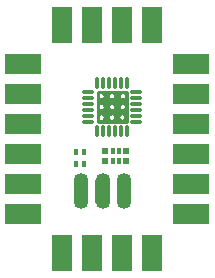
<source format=gts>
G04 DipTrace 2.4.0.2*
%INi2cswitch.gts*%
%MOMM*%
%ADD10C,0.25*%
%ADD18O,1.23X1.185*%
%ADD29C,0.165*%
%ADD44O,0.33X1.05*%
%ADD45O,1.05X0.33*%
%ADD46R,0.45X0.55*%
%ADD47R,0.3X0.55*%
%ADD48R,0.575X0.55*%
%ADD49R,1.75X2.082*%
%ADD50R,1.75X1.65*%
%ADD51R,2.082X1.75*%
%ADD52R,1.65X1.75*%
%FSLAX53Y53*%
G04*
G71*
G90*
G75*
G01*
%LNTopMask*%
%LPD*%
D18*
X15376Y14816D3*
G36*
X15991Y14738D2*
X14761D1*
Y16738D1*
X15991D1*
Y14738D1*
G37*
D18*
X15376Y16661D3*
X17209Y14813D3*
G36*
X17824Y14736D2*
X16594D1*
Y16736D1*
X17824D1*
Y14736D1*
G37*
D18*
X17209Y16658D3*
X19040Y14842D3*
G36*
X19655Y14765D2*
X18425D1*
Y16765D1*
X19655D1*
Y14765D1*
G37*
D18*
X19040Y16687D3*
D52*
X11270Y21430D3*
Y18890D3*
Y16350D3*
Y13810D3*
D51*
X10000Y21430D3*
Y18890D3*
Y16350D3*
Y13810D3*
D52*
X23970D3*
Y16350D3*
Y18890D3*
Y21430D3*
D51*
X25240Y13810D3*
Y16350D3*
Y18890D3*
Y21430D3*
D52*
X23970Y23970D3*
Y26510D3*
D51*
X25240Y23970D3*
Y26510D3*
D50*
X16350Y29050D3*
X13810D3*
D49*
X16350Y30320D3*
X13810D3*
D50*
X16350Y11270D3*
X13810D3*
D49*
X16350Y10000D3*
X13810D3*
D50*
X18890Y11270D3*
X21430D3*
D49*
X18890Y10000D3*
X21430D3*
D48*
X17425Y18275D3*
D47*
X18065D3*
X18565D3*
D48*
X19200D3*
Y19175D3*
D47*
X18565D3*
X18065D3*
D48*
X17425D3*
D46*
X15658Y19069D3*
X14958D3*
Y18069D3*
X15658D3*
X17749Y21995D2*
D29*
X17750Y22015D1*
X17752Y22034D1*
X17755Y22053D1*
X17760Y22072D1*
X17765Y22091D1*
X17772Y22109D1*
X17780Y22126D1*
X17790Y22143D1*
X17800Y22159D1*
X17812Y22175D1*
X17824Y22189D1*
X17837Y22203D1*
X17852Y22215D1*
X17867Y22227D1*
X17883Y22237D1*
X17899Y22246D1*
X17916Y22254D1*
X17933Y22261D1*
X17951Y22266D1*
X17970Y22270D1*
X17988Y22273D1*
X18007Y22274D1*
X18025D1*
X18044Y22273D1*
X18062Y22270D1*
X18080Y22266D1*
X18098Y22261D1*
X18116Y22254D1*
X18133Y22246D1*
X18149Y22237D1*
X18165Y22227D1*
X18180Y22215D1*
X18194Y22203D1*
X18208Y22189D1*
X18220Y22175D1*
X18232Y22159D1*
X18242Y22143D1*
X18251Y22126D1*
X18259Y22109D1*
X18266Y22091D1*
X18272Y22072D1*
X18277Y22053D1*
X18280Y22034D1*
X18282Y22015D1*
Y21995D1*
Y21976D1*
X18280Y21956D1*
X18277Y21937D1*
X18272Y21918D1*
X18266Y21899D1*
X18259Y21881D1*
X18251Y21864D1*
X18242Y21847D1*
X18232Y21831D1*
X18220Y21815D1*
X18208Y21801D1*
X18194Y21787D1*
X18180Y21775D1*
X18165Y21763D1*
X18149Y21753D1*
X18133Y21744D1*
X18116Y21736D1*
X18098Y21729D1*
X18080Y21724D1*
X18062Y21720D1*
X18044Y21717D1*
X18025Y21716D1*
X18007D1*
X17988Y21717D1*
X17970Y21720D1*
X17951Y21724D1*
X17933Y21729D1*
X17916Y21736D1*
X17899Y21744D1*
X17883Y21753D1*
X17867Y21763D1*
X17852Y21775D1*
X17837Y21787D1*
X17824Y21801D1*
X17812Y21815D1*
X17800Y21831D1*
X17790Y21847D1*
X17780Y21864D1*
X17772Y21881D1*
X17765Y21899D1*
X17760Y21918D1*
X17755Y21937D1*
X17752Y21956D1*
X17750Y21976D1*
X17749Y21995D1*
X16846D2*
X16847Y22015D1*
X16849Y22034D1*
X16852Y22053D1*
X16856Y22072D1*
X16862Y22091D1*
X16869Y22109D1*
X16877Y22126D1*
X16886Y22143D1*
X16897Y22159D1*
X16908Y22175D1*
X16921Y22189D1*
X16934Y22203D1*
X16948Y22215D1*
X16963Y22227D1*
X16979Y22237D1*
X16996Y22246D1*
X17013Y22254D1*
X17030Y22261D1*
X17048Y22266D1*
X17066Y22270D1*
X17085Y22273D1*
X17103Y22274D1*
X17122D1*
X17140Y22273D1*
X17159Y22270D1*
X17177Y22266D1*
X17195Y22261D1*
X17212Y22254D1*
X17229Y22246D1*
X17246Y22237D1*
X17262Y22227D1*
X17277Y22215D1*
X17291Y22203D1*
X17304Y22189D1*
X17317Y22175D1*
X17328Y22159D1*
X17339Y22143D1*
X17348Y22126D1*
X17356Y22109D1*
X17363Y22091D1*
X17369Y22072D1*
X17373Y22053D1*
X17377Y22034D1*
X17379Y22015D1*
Y21995D1*
Y21976D1*
X17377Y21956D1*
X17373Y21937D1*
X17369Y21918D1*
X17363Y21899D1*
X17356Y21881D1*
X17348Y21864D1*
X17339Y21847D1*
X17328Y21831D1*
X17317Y21815D1*
X17304Y21801D1*
X17291Y21787D1*
X17277Y21775D1*
X17262Y21763D1*
X17246Y21753D1*
X17229Y21744D1*
X17212Y21736D1*
X17195Y21729D1*
X17177Y21724D1*
X17159Y21720D1*
X17140Y21717D1*
X17122Y21716D1*
X17103D1*
X17085Y21717D1*
X17066Y21720D1*
X17048Y21724D1*
X17030Y21729D1*
X17013Y21736D1*
X16996Y21744D1*
X16979Y21753D1*
X16963Y21763D1*
X16948Y21775D1*
X16934Y21787D1*
X16921Y21801D1*
X16908Y21815D1*
X16897Y21831D1*
X16886Y21847D1*
X16877Y21864D1*
X16869Y21881D1*
X16862Y21899D1*
X16856Y21918D1*
X16852Y21937D1*
X16849Y21956D1*
X16847Y21976D1*
X16846Y21995D1*
X18656Y22892D2*
X18657Y22911D1*
X18659Y22931D1*
X18662Y22950D1*
X18666Y22969D1*
X18672Y22987D1*
X18679Y23005D1*
X18687Y23023D1*
X18696Y23040D1*
X18707Y23056D1*
X18718Y23071D1*
X18731Y23086D1*
X18744Y23099D1*
X18758Y23112D1*
X18773Y23123D1*
X18789Y23134D1*
X18806Y23143D1*
X18823Y23151D1*
X18840Y23157D1*
X18858Y23163D1*
X18876Y23167D1*
X18895Y23170D1*
X18913Y23171D1*
X18932D1*
X18950Y23170D1*
X18969Y23167D1*
X18987Y23163D1*
X19005Y23157D1*
X19022Y23151D1*
X19039Y23143D1*
X19056Y23134D1*
X19072Y23123D1*
X19087Y23112D1*
X19101Y23099D1*
X19114Y23086D1*
X19127Y23071D1*
X19138Y23056D1*
X19149Y23040D1*
X19158Y23023D1*
X19166Y23005D1*
X19173Y22987D1*
X19179Y22969D1*
X19183Y22950D1*
X19187Y22931D1*
X19188Y22911D1*
X19189Y22892D1*
X19188Y22872D1*
X19187Y22853D1*
X19183Y22834D1*
X19179Y22815D1*
X19173Y22796D1*
X19166Y22778D1*
X19158Y22760D1*
X19149Y22744D1*
X19138Y22727D1*
X19127Y22712D1*
X19114Y22697D1*
X19101Y22684D1*
X19087Y22671D1*
X19072Y22660D1*
X19056Y22650D1*
X19039Y22640D1*
X19022Y22633D1*
X19005Y22626D1*
X18987Y22620D1*
X18969Y22616D1*
X18950Y22614D1*
X18932Y22612D1*
X18913D1*
X18895Y22614D1*
X18876Y22616D1*
X18858Y22620D1*
X18840Y22626D1*
X18823Y22633D1*
X18806Y22640D1*
X18789Y22650D1*
X18773Y22660D1*
X18758Y22671D1*
X18744Y22684D1*
X18731Y22697D1*
X18718Y22712D1*
X18707Y22727D1*
X18696Y22744D1*
X18687Y22760D1*
X18679Y22778D1*
X18672Y22796D1*
X18666Y22815D1*
X18662Y22834D1*
X18659Y22853D1*
X18657Y22872D1*
X18656Y22892D1*
X17756Y22895D2*
X17757Y22914D1*
X17759Y22934D1*
X17762Y22953D1*
X17766Y22972D1*
X17772Y22990D1*
X17779Y23009D1*
X17787Y23026D1*
X17797Y23043D1*
X17807Y23059D1*
X17818Y23074D1*
X17831Y23089D1*
X17844Y23102D1*
X17859Y23115D1*
X17874Y23126D1*
X17889Y23137D1*
X17906Y23146D1*
X17923Y23154D1*
X17940Y23161D1*
X17958Y23166D1*
X17976Y23170D1*
X17995Y23173D1*
X18013Y23174D1*
X18032D1*
X18051Y23173D1*
X18069Y23170D1*
X18087Y23166D1*
X18105Y23161D1*
X18123Y23154D1*
X18140Y23146D1*
X18156Y23137D1*
X18172Y23126D1*
X18187Y23115D1*
X18201Y23102D1*
X18214Y23089D1*
X18227Y23074D1*
X18238Y23059D1*
X18249Y23043D1*
X18258Y23026D1*
X18266Y23009D1*
X18273Y22990D1*
X18279Y22972D1*
X18283Y22953D1*
X18287Y22934D1*
X18289Y22914D1*
Y22895D1*
Y22875D1*
X18287Y22856D1*
X18283Y22837D1*
X18279Y22818D1*
X18273Y22799D1*
X18266Y22781D1*
X18258Y22764D1*
X18249Y22747D1*
X18238Y22731D1*
X18227Y22715D1*
X18214Y22701D1*
X18201Y22687D1*
X18187Y22675D1*
X18172Y22663D1*
X18156Y22653D1*
X18140Y22644D1*
X18123Y22636D1*
X18105Y22629D1*
X18087Y22624D1*
X18069Y22620D1*
X18051Y22617D1*
X18032Y22616D1*
X18013D1*
X17995Y22617D1*
X17976Y22620D1*
X17958Y22624D1*
X17940Y22629D1*
X17923Y22636D1*
X17906Y22644D1*
X17889Y22653D1*
X17874Y22663D1*
X17859Y22675D1*
X17844Y22687D1*
X17831Y22701D1*
X17818Y22715D1*
X17807Y22731D1*
X17797Y22747D1*
X17787Y22764D1*
X17779Y22781D1*
X17772Y22799D1*
X17766Y22818D1*
X17762Y22837D1*
X17759Y22856D1*
X17757Y22875D1*
X17756Y22895D1*
X17746D2*
Y22914D1*
X17748Y22934D1*
X17752Y22953D1*
X17756Y22972D1*
X17762Y22990D1*
X17769Y23009D1*
X17777Y23026D1*
X17786Y23043D1*
X17797Y23059D1*
X17808Y23074D1*
X17821Y23089D1*
X17834Y23102D1*
X17848Y23115D1*
X17863Y23126D1*
X17879Y23137D1*
X17896Y23146D1*
X17913Y23154D1*
X17930Y23161D1*
X17948Y23166D1*
X17966Y23170D1*
X17985Y23173D1*
X18003Y23174D1*
X18022D1*
X18040Y23173D1*
X18059Y23170D1*
X18077Y23166D1*
X18095Y23161D1*
X18112Y23154D1*
X18129Y23146D1*
X18146Y23137D1*
X18162Y23126D1*
X18177Y23115D1*
X18191Y23102D1*
X18204Y23089D1*
X18217Y23074D1*
X18228Y23059D1*
X18239Y23043D1*
X18248Y23026D1*
X18256Y23009D1*
X18263Y22990D1*
X18269Y22972D1*
X18273Y22953D1*
X18276Y22934D1*
X18278Y22914D1*
X18279Y22895D1*
X18278Y22875D1*
X18276Y22856D1*
X18273Y22837D1*
X18269Y22818D1*
X18263Y22799D1*
X18256Y22781D1*
X18248Y22764D1*
X18239Y22747D1*
X18228Y22731D1*
X18217Y22715D1*
X18204Y22701D1*
X18191Y22687D1*
X18177Y22675D1*
X18162Y22663D1*
X18146Y22653D1*
X18129Y22644D1*
X18112Y22636D1*
X18095Y22629D1*
X18077Y22624D1*
X18059Y22620D1*
X18040Y22617D1*
X18022Y22616D1*
X18003D1*
X17985Y22617D1*
X17966Y22620D1*
X17948Y22624D1*
X17930Y22629D1*
X17913Y22636D1*
X17896Y22644D1*
X17879Y22653D1*
X17863Y22663D1*
X17848Y22675D1*
X17834Y22687D1*
X17821Y22701D1*
X17808Y22715D1*
X17797Y22731D1*
X17786Y22747D1*
X17777Y22764D1*
X17769Y22781D1*
X17762Y22799D1*
X17756Y22818D1*
X17752Y22837D1*
X17748Y22856D1*
X17746Y22875D1*
Y22895D1*
X16849Y22888D2*
X16850Y22908D1*
X16852Y22927D1*
X16855Y22946D1*
X16860Y22965D1*
X16865Y22984D1*
X16872Y23002D1*
X16881Y23019D1*
X16890Y23036D1*
X16900Y23052D1*
X16912Y23068D1*
X16924Y23082D1*
X16938Y23096D1*
X16952Y23108D1*
X16967Y23120D1*
X16983Y23130D1*
X16999Y23139D1*
X17016Y23147D1*
X17034Y23154D1*
X17051Y23159D1*
X17070Y23163D1*
X17088Y23166D1*
X17107Y23167D1*
X17125D1*
X17144Y23166D1*
X17162Y23163D1*
X17180Y23159D1*
X17198Y23154D1*
X17216Y23147D1*
X17233Y23139D1*
X17249Y23130D1*
X17265Y23120D1*
X17280Y23108D1*
X17294Y23096D1*
X17308Y23082D1*
X17320Y23068D1*
X17332Y23052D1*
X17342Y23036D1*
X17351Y23019D1*
X17360Y23002D1*
X17367Y22984D1*
X17372Y22965D1*
X17377Y22946D1*
X17380Y22927D1*
X17382Y22908D1*
X17383Y22888D1*
X17382Y22869D1*
X17380Y22849D1*
X17377Y22830D1*
X17372Y22811D1*
X17367Y22793D1*
X17360Y22775D1*
X17351Y22757D1*
X17342Y22740D1*
X17332Y22724D1*
X17320Y22709D1*
X17308Y22694D1*
X17294Y22681D1*
X17280Y22668D1*
X17265Y22657D1*
X17249Y22647D1*
X17233Y22637D1*
X17216Y22629D1*
X17198Y22623D1*
X17180Y22617D1*
X17162Y22613D1*
X17144Y22611D1*
X17125Y22609D1*
X17107D1*
X17088Y22611D1*
X17070Y22613D1*
X17051Y22617D1*
X17034Y22623D1*
X17016Y22629D1*
X16999Y22637D1*
X16983Y22647D1*
X16967Y22657D1*
X16952Y22668D1*
X16938Y22681D1*
X16924Y22694D1*
X16912Y22709D1*
X16900Y22724D1*
X16890Y22740D1*
X16881Y22757D1*
X16872Y22775D1*
X16865Y22793D1*
X16860Y22811D1*
X16855Y22830D1*
X16852Y22849D1*
X16850Y22869D1*
X16849Y22888D1*
X17753Y23795D2*
Y23815D1*
X17755Y23834D1*
X17758Y23853D1*
X17763Y23872D1*
X17769Y23891D1*
X17776Y23909D1*
X17784Y23926D1*
X17793Y23943D1*
X17804Y23959D1*
X17815Y23975D1*
X17827Y23989D1*
X17841Y24003D1*
X17855Y24015D1*
X17870Y24027D1*
X17886Y24037D1*
X17902Y24046D1*
X17919Y24054D1*
X17937Y24061D1*
X17955Y24066D1*
X17973Y24070D1*
X17991Y24073D1*
X18010Y24074D1*
X18029D1*
X18047Y24073D1*
X18066Y24070D1*
X18084Y24066D1*
X18102Y24061D1*
X18119Y24054D1*
X18136Y24046D1*
X18153Y24037D1*
X18168Y24027D1*
X18183Y24015D1*
X18198Y24003D1*
X18211Y23989D1*
X18223Y23975D1*
X18235Y23959D1*
X18245Y23943D1*
X18255Y23926D1*
X18263Y23909D1*
X18270Y23891D1*
X18276Y23872D1*
X18280Y23853D1*
X18283Y23834D1*
X18285Y23815D1*
X18286Y23795D1*
X18285Y23776D1*
X18283Y23756D1*
X18280Y23737D1*
X18276Y23718D1*
X18270Y23700D1*
X18263Y23682D1*
X18255Y23664D1*
X18245Y23647D1*
X18235Y23631D1*
X18223Y23616D1*
X18211Y23601D1*
X18198Y23588D1*
X18183Y23575D1*
X18168Y23564D1*
X18153Y23553D1*
X18136Y23544D1*
X18119Y23536D1*
X18102Y23530D1*
X18084Y23524D1*
X18066Y23520D1*
X18047Y23517D1*
X18029Y23516D1*
X18010D1*
X17991Y23517D1*
X17973Y23520D1*
X17955Y23524D1*
X17937Y23530D1*
X17919Y23536D1*
X17902Y23544D1*
X17886Y23553D1*
X17870Y23564D1*
X17855Y23575D1*
X17841Y23588D1*
X17827Y23601D1*
X17815Y23616D1*
X17804Y23631D1*
X17793Y23647D1*
X17784Y23664D1*
X17776Y23682D1*
X17769Y23700D1*
X17763Y23718D1*
X17758Y23737D1*
X17755Y23756D1*
X17753Y23776D1*
Y23795D1*
X18649D2*
X18650Y23815D1*
X18652Y23834D1*
X18655Y23853D1*
X18659Y23872D1*
X18665Y23891D1*
X18672Y23909D1*
X18680Y23926D1*
X18690Y23943D1*
X18700Y23959D1*
X18711Y23975D1*
X18724Y23989D1*
X18737Y24003D1*
X18752Y24015D1*
X18767Y24027D1*
X18782Y24037D1*
X18799Y24046D1*
X18816Y24054D1*
X18833Y24061D1*
X18851Y24066D1*
X18869Y24070D1*
X18888Y24073D1*
X18906Y24074D1*
X18925D1*
X18944Y24073D1*
X18962Y24070D1*
X18980Y24066D1*
X18998Y24061D1*
X19016Y24054D1*
X19033Y24046D1*
X19049Y24037D1*
X19065Y24027D1*
X19080Y24015D1*
X19094Y24003D1*
X19108Y23989D1*
X19120Y23975D1*
X19131Y23959D1*
X19142Y23943D1*
X19151Y23926D1*
X19159Y23909D1*
X19166Y23891D1*
X19172Y23872D1*
X19177Y23853D1*
X19180Y23834D1*
X19182Y23815D1*
Y23795D1*
Y23776D1*
X19180Y23756D1*
X19177Y23737D1*
X19172Y23718D1*
X19166Y23700D1*
X19159Y23682D1*
X19151Y23664D1*
X19142Y23647D1*
X19131Y23631D1*
X19120Y23616D1*
X19108Y23601D1*
X19094Y23588D1*
X19080Y23575D1*
X19065Y23564D1*
X19049Y23553D1*
X19033Y23544D1*
X19016Y23536D1*
X18998Y23530D1*
X18980Y23524D1*
X18962Y23520D1*
X18944Y23517D1*
X18925Y23516D1*
X18906D1*
X18888Y23517D1*
X18869Y23520D1*
X18851Y23524D1*
X18833Y23530D1*
X18816Y23536D1*
X18799Y23544D1*
X18782Y23553D1*
X18767Y23564D1*
X18752Y23575D1*
X18737Y23588D1*
X18724Y23601D1*
X18711Y23616D1*
X18700Y23631D1*
X18690Y23647D1*
X18680Y23664D1*
X18672Y23682D1*
X18665Y23700D1*
X18659Y23718D1*
X18655Y23737D1*
X18652Y23756D1*
X18650Y23776D1*
X18649Y23795D1*
X16846D2*
X16847Y23815D1*
X16849Y23834D1*
X16852Y23853D1*
X16856Y23872D1*
X16862Y23891D1*
X16869Y23909D1*
X16877Y23926D1*
X16886Y23943D1*
X16897Y23959D1*
X16908Y23975D1*
X16921Y23989D1*
X16934Y24003D1*
X16948Y24015D1*
X16963Y24027D1*
X16979Y24037D1*
X16996Y24046D1*
X17013Y24054D1*
X17030Y24061D1*
X17048Y24066D1*
X17066Y24070D1*
X17085Y24073D1*
X17103Y24074D1*
X17122D1*
X17140Y24073D1*
X17159Y24070D1*
X17177Y24066D1*
X17195Y24061D1*
X17212Y24054D1*
X17229Y24046D1*
X17246Y24037D1*
X17262Y24027D1*
X17277Y24015D1*
X17291Y24003D1*
X17304Y23989D1*
X17317Y23975D1*
X17328Y23959D1*
X17339Y23943D1*
X17348Y23926D1*
X17356Y23909D1*
X17363Y23891D1*
X17369Y23872D1*
X17373Y23853D1*
X17377Y23834D1*
X17379Y23815D1*
Y23795D1*
Y23776D1*
X17377Y23756D1*
X17373Y23737D1*
X17369Y23718D1*
X17363Y23700D1*
X17356Y23682D1*
X17348Y23664D1*
X17339Y23647D1*
X17328Y23631D1*
X17317Y23616D1*
X17304Y23601D1*
X17291Y23588D1*
X17277Y23575D1*
X17262Y23564D1*
X17246Y23553D1*
X17229Y23544D1*
X17212Y23536D1*
X17195Y23530D1*
X17177Y23524D1*
X17159Y23520D1*
X17140Y23517D1*
X17122Y23516D1*
X17103D1*
X17085Y23517D1*
X17066Y23520D1*
X17048Y23524D1*
X17030Y23530D1*
X17013Y23536D1*
X16996Y23544D1*
X16979Y23553D1*
X16963Y23564D1*
X16948Y23575D1*
X16934Y23588D1*
X16921Y23601D1*
X16908Y23616D1*
X16897Y23631D1*
X16886Y23647D1*
X16877Y23664D1*
X16869Y23682D1*
X16862Y23700D1*
X16856Y23718D1*
X16852Y23737D1*
X16849Y23756D1*
X16847Y23776D1*
X16846Y23795D1*
X19272Y21625D2*
D10*
X16782D1*
Y24152D1*
X19272D1*
Y21625D1*
G36*
X18679Y21685D2*
X18199D1*
Y24068D1*
X18679D1*
Y21685D1*
G37*
G36*
X19236Y23092D2*
X16759D1*
Y23558D1*
X19236D1*
Y23092D1*
G37*
G36*
X19219Y22232D2*
X16859D1*
Y22698D1*
X19219D1*
Y22232D1*
G37*
G36*
X17789Y21592D2*
X17316D1*
Y24062D1*
X17789D1*
Y21592D1*
G37*
X18622Y22008D2*
D29*
X18623Y22028D1*
X18625Y22047D1*
X18628Y22066D1*
X18633Y22085D1*
X18639Y22104D1*
X18646Y22122D1*
X18654Y22140D1*
X18663Y22156D1*
X18673Y22173D1*
X18685Y22188D1*
X18697Y22202D1*
X18711Y22216D1*
X18725Y22229D1*
X18740Y22240D1*
X18756Y22250D1*
X18772Y22260D1*
X18789Y22267D1*
X18807Y22274D1*
X18825Y22279D1*
X18843Y22284D1*
X18861Y22286D1*
X18880Y22288D1*
X18898D1*
X18917Y22286D1*
X18935Y22284D1*
X18954Y22279D1*
X18971Y22274D1*
X18989Y22267D1*
X19006Y22260D1*
X19022Y22250D1*
X19038Y22240D1*
X19053Y22229D1*
X19067Y22216D1*
X19081Y22202D1*
X19093Y22188D1*
X19105Y22173D1*
X19115Y22156D1*
X19124Y22140D1*
X19133Y22122D1*
X19140Y22104D1*
X19145Y22085D1*
X19150Y22066D1*
X19153Y22047D1*
X19155Y22028D1*
X19156Y22008D1*
X19155Y21989D1*
X19153Y21969D1*
X19150Y21950D1*
X19145Y21931D1*
X19140Y21913D1*
X19133Y21895D1*
X19124Y21877D1*
X19115Y21860D1*
X19105Y21844D1*
X19093Y21829D1*
X19081Y21814D1*
X19067Y21801D1*
X19053Y21788D1*
X19038Y21777D1*
X19022Y21766D1*
X19006Y21757D1*
X18989Y21749D1*
X18971Y21743D1*
X18954Y21737D1*
X18935Y21733D1*
X18917Y21730D1*
X18898Y21729D1*
X18880D1*
X18861Y21730D1*
X18843Y21733D1*
X18825Y21737D1*
X18807Y21743D1*
X18789Y21749D1*
X18772Y21757D1*
X18756Y21766D1*
X18740Y21777D1*
X18725Y21788D1*
X18711Y21801D1*
X18697Y21814D1*
X18685Y21829D1*
X18673Y21844D1*
X18663Y21860D1*
X18654Y21877D1*
X18646Y21895D1*
X18639Y21913D1*
X18633Y21931D1*
X18628Y21950D1*
X18625Y21969D1*
X18623Y21989D1*
X18622Y22008D1*
D45*
X20062Y21642D3*
Y22142D3*
Y22642D3*
Y23142D3*
Y23642D3*
Y24142D3*
D44*
X19262Y24942D3*
X18762D3*
X18262D3*
X17762D3*
X17262D3*
X16762D3*
D45*
X15962Y24142D3*
Y23642D3*
Y23142D3*
Y22642D3*
Y22142D3*
Y21642D3*
D44*
X16762Y20842D3*
X17262D3*
X17762D3*
X18262D3*
X18762D3*
X19262D3*
D50*
X21430Y29050D3*
X18890D3*
D49*
X21430Y30320D3*
X18890D3*
D52*
X11270Y26510D3*
Y23970D3*
D51*
X10000Y26510D3*
Y23970D3*
M02*

</source>
